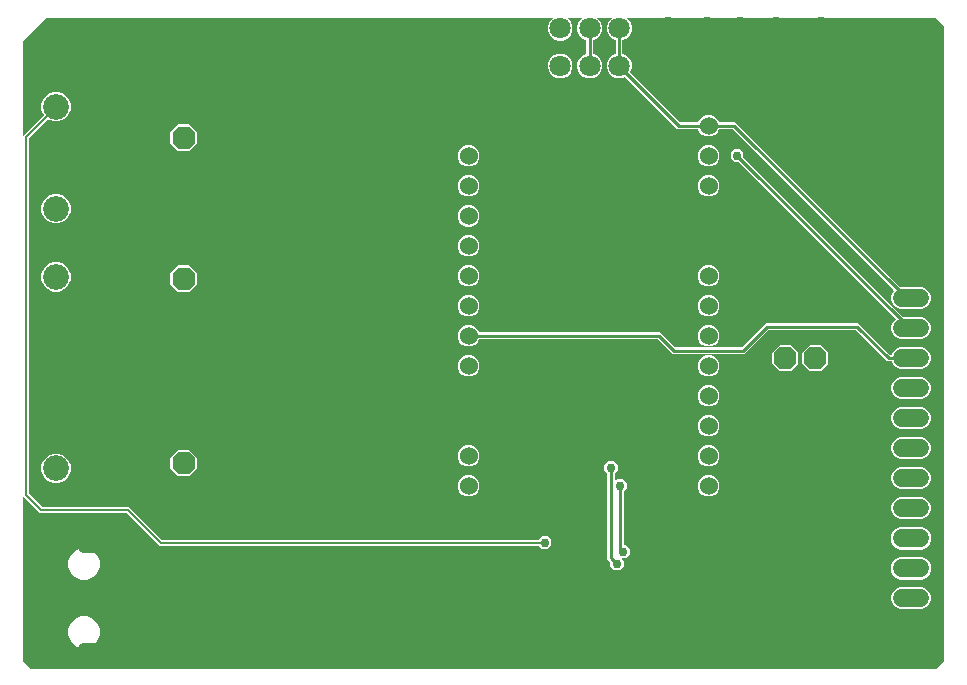
<source format=gbr>
G04 EAGLE Gerber RS-274X export*
G75*
%MOMM*%
%FSLAX34Y34*%
%LPD*%
%INBottom Copper*%
%IPPOS*%
%AMOC8*
5,1,8,0,0,1.08239X$1,22.5*%
G01*
%ADD10C,2.184400*%
%ADD11P,2.089446X8X22.500000*%
%ADD12P,2.089446X8X202.500000*%
%ADD13C,1.800000*%
%ADD14C,1.524000*%
%ADD15C,1.524000*%
%ADD16C,1.000000*%
%ADD17P,2.089446X8X292.500000*%
%ADD18C,0.756400*%
%ADD19C,0.508000*%
%ADD20C,0.200000*%
%ADD21C,0.254000*%
%ADD22C,0.152400*%

G36*
X783193Y10157D02*
X783193Y10157D01*
X783195Y10157D01*
X789943Y16905D01*
X789943Y16907D01*
X789944Y16907D01*
X789945Y16909D01*
X789945Y554591D01*
X789943Y554593D01*
X789943Y554595D01*
X783195Y561343D01*
X783193Y561343D01*
X783193Y561344D01*
X783191Y561345D01*
X520814Y561345D01*
X520812Y561344D01*
X520811Y561344D01*
X520810Y561342D01*
X520809Y561340D01*
X520810Y561339D01*
X520810Y561336D01*
X523738Y558409D01*
X525339Y554542D01*
X525339Y550358D01*
X523738Y546491D01*
X520779Y543532D01*
X517612Y542221D01*
X517611Y542217D01*
X517609Y542216D01*
X517609Y530684D01*
X517612Y530681D01*
X517612Y530679D01*
X520779Y529368D01*
X523738Y526409D01*
X525339Y522542D01*
X525339Y518358D01*
X524028Y515191D01*
X524028Y515190D01*
X524028Y515189D01*
X524029Y515189D01*
X524029Y515188D01*
X524029Y515186D01*
X566524Y472691D01*
X566526Y472690D01*
X566527Y472689D01*
X581810Y472689D01*
X581813Y472692D01*
X581814Y472692D01*
X582802Y475077D01*
X585373Y477648D01*
X588732Y479039D01*
X592368Y479039D01*
X595727Y477648D01*
X598298Y475077D01*
X599286Y472692D01*
X599289Y472691D01*
X599290Y472689D01*
X613295Y472689D01*
X752994Y332991D01*
X752996Y332990D01*
X752997Y332990D01*
X752997Y332989D01*
X771438Y332989D01*
X774797Y331598D01*
X777368Y329027D01*
X778759Y325668D01*
X778759Y322032D01*
X777368Y318673D01*
X774797Y316102D01*
X771438Y314711D01*
X752562Y314711D01*
X749203Y316102D01*
X746632Y318673D01*
X745241Y322032D01*
X745241Y325668D01*
X746632Y329027D01*
X747847Y330242D01*
X747847Y330248D01*
X747847Y330249D01*
X610986Y467109D01*
X610984Y467110D01*
X610983Y467111D01*
X599290Y467111D01*
X599287Y467108D01*
X599286Y467108D01*
X598298Y464723D01*
X595727Y462152D01*
X592368Y460761D01*
X588732Y460761D01*
X585373Y462152D01*
X582802Y464723D01*
X581814Y467108D01*
X581811Y467109D01*
X581810Y467111D01*
X564215Y467111D01*
X520084Y511241D01*
X520080Y511242D01*
X520079Y511242D01*
X516912Y509931D01*
X512728Y509931D01*
X508861Y511532D01*
X505902Y514491D01*
X504301Y518358D01*
X504301Y522542D01*
X505902Y526409D01*
X508861Y529368D01*
X512028Y530679D01*
X512029Y530683D01*
X512031Y530684D01*
X512031Y542216D01*
X512028Y542219D01*
X512028Y542221D01*
X508861Y543532D01*
X505902Y546491D01*
X504301Y550358D01*
X504301Y554542D01*
X505902Y558409D01*
X508830Y561336D01*
X508830Y561338D01*
X508831Y561339D01*
X508830Y561341D01*
X508830Y561343D01*
X508828Y561343D01*
X508826Y561345D01*
X495814Y561345D01*
X495812Y561344D01*
X495811Y561344D01*
X495810Y561342D01*
X495809Y561340D01*
X495810Y561339D01*
X495810Y561336D01*
X498738Y558409D01*
X500339Y554542D01*
X500339Y550358D01*
X498738Y546491D01*
X495779Y543532D01*
X492612Y542221D01*
X492611Y542217D01*
X492609Y542216D01*
X492609Y530684D01*
X492612Y530681D01*
X492612Y530679D01*
X495779Y529368D01*
X498738Y526409D01*
X500339Y522542D01*
X500339Y518358D01*
X498738Y514491D01*
X495779Y511532D01*
X491912Y509931D01*
X487728Y509931D01*
X483861Y511532D01*
X480902Y514491D01*
X479301Y518358D01*
X479301Y522542D01*
X480902Y526409D01*
X483861Y529368D01*
X487028Y530679D01*
X487029Y530683D01*
X487031Y530684D01*
X487031Y542216D01*
X487028Y542219D01*
X487028Y542221D01*
X483861Y543532D01*
X480902Y546491D01*
X479301Y550358D01*
X479301Y554542D01*
X480902Y558409D01*
X483830Y561336D01*
X483830Y561338D01*
X483831Y561339D01*
X483830Y561341D01*
X483830Y561343D01*
X483828Y561343D01*
X483826Y561345D01*
X470814Y561345D01*
X470812Y561344D01*
X470811Y561344D01*
X470810Y561342D01*
X470809Y561340D01*
X470810Y561339D01*
X470810Y561336D01*
X473738Y558409D01*
X475339Y554542D01*
X475339Y550358D01*
X473738Y546491D01*
X470779Y543532D01*
X466912Y541931D01*
X462728Y541931D01*
X458861Y543532D01*
X455902Y546491D01*
X454301Y550358D01*
X454301Y554542D01*
X455902Y558409D01*
X458830Y561336D01*
X458830Y561338D01*
X458831Y561339D01*
X458830Y561341D01*
X458830Y561343D01*
X458828Y561343D01*
X458826Y561345D01*
X29609Y561345D01*
X29607Y561343D01*
X29605Y561343D01*
X10157Y541895D01*
X10156Y541893D01*
X10155Y541892D01*
X10155Y541891D01*
X10155Y16909D01*
X10157Y16907D01*
X10157Y16905D01*
X16905Y10157D01*
X16907Y10156D01*
X16909Y10155D01*
X783191Y10155D01*
X783193Y10157D01*
G37*
%LPC*%
G36*
X449924Y111539D02*
X449924Y111539D01*
X447144Y114319D01*
X447141Y114319D01*
X447141Y114320D01*
X447140Y114321D01*
X125957Y114321D01*
X98018Y142259D01*
X98016Y142260D01*
X98014Y142261D01*
X24357Y142261D01*
X10181Y156437D01*
X10181Y461563D01*
X11658Y463041D01*
X27532Y478915D01*
X27532Y478916D01*
X27532Y478918D01*
X27533Y478920D01*
X25659Y483445D01*
X25659Y488395D01*
X27553Y492967D01*
X31053Y496467D01*
X35625Y498361D01*
X40575Y498361D01*
X45147Y496467D01*
X48647Y492967D01*
X50541Y488395D01*
X50541Y483445D01*
X48647Y478873D01*
X45147Y475373D01*
X40575Y473479D01*
X35625Y473479D01*
X31100Y475353D01*
X31097Y475352D01*
X31095Y475352D01*
X15221Y459478D01*
X15221Y459476D01*
X15219Y459475D01*
X15219Y459474D01*
X15219Y158526D01*
X15221Y158524D01*
X15221Y158522D01*
X26442Y147301D01*
X26444Y147300D01*
X26446Y147299D01*
X100103Y147299D01*
X128042Y119361D01*
X128044Y119360D01*
X128046Y119359D01*
X447140Y119359D01*
X447142Y119361D01*
X447144Y119361D01*
X449924Y122141D01*
X454316Y122141D01*
X457421Y119036D01*
X457421Y114644D01*
X454316Y111539D01*
X449924Y111539D01*
G37*
%LPD*%
%LPC*%
G36*
X752562Y263911D02*
X752562Y263911D01*
X749203Y265302D01*
X746632Y267873D01*
X745644Y270258D01*
X745641Y270259D01*
X745640Y270261D01*
X741795Y270261D01*
X715126Y296929D01*
X715124Y296930D01*
X715123Y296931D01*
X641237Y296931D01*
X641236Y296929D01*
X641234Y296929D01*
X620915Y276611D01*
X560185Y276611D01*
X547486Y289309D01*
X547484Y289309D01*
X547484Y289310D01*
X547483Y289311D01*
X396090Y289311D01*
X396087Y289308D01*
X396086Y289308D01*
X395098Y286923D01*
X392527Y284352D01*
X389168Y282961D01*
X385532Y282961D01*
X382173Y284352D01*
X379602Y286923D01*
X378211Y290282D01*
X378211Y293918D01*
X379602Y297277D01*
X382173Y299848D01*
X385532Y301239D01*
X389168Y301239D01*
X392527Y299848D01*
X395098Y297277D01*
X396086Y294892D01*
X396089Y294891D01*
X396090Y294889D01*
X549795Y294889D01*
X562494Y282191D01*
X562496Y282190D01*
X562497Y282189D01*
X618603Y282189D01*
X618604Y282191D01*
X618606Y282191D01*
X638925Y302509D01*
X717435Y302509D01*
X744104Y275841D01*
X744106Y275840D01*
X744107Y275839D01*
X745640Y275839D01*
X745643Y275842D01*
X745644Y275842D01*
X746632Y278227D01*
X749203Y280798D01*
X752562Y282189D01*
X771438Y282189D01*
X774797Y280798D01*
X777368Y278227D01*
X778759Y274868D01*
X778759Y271232D01*
X777368Y267873D01*
X774797Y265302D01*
X771438Y263911D01*
X752562Y263911D01*
G37*
%LPD*%
%LPC*%
G36*
X752562Y289311D02*
X752562Y289311D01*
X749203Y290702D01*
X746632Y293273D01*
X745241Y296632D01*
X745241Y300268D01*
X746632Y303627D01*
X749117Y306112D01*
X749117Y306118D01*
X749117Y306119D01*
X616038Y439197D01*
X616036Y439198D01*
X616035Y439199D01*
X612484Y439199D01*
X609379Y442304D01*
X609379Y446696D01*
X612484Y449801D01*
X616876Y449801D01*
X619981Y446696D01*
X619981Y443145D01*
X619983Y443144D01*
X619983Y443142D01*
X755534Y307591D01*
X755536Y307590D01*
X755537Y307590D01*
X755537Y307589D01*
X771438Y307589D01*
X774797Y306198D01*
X777368Y303627D01*
X778759Y300268D01*
X778759Y296632D01*
X777368Y293273D01*
X774797Y290702D01*
X771438Y289311D01*
X752562Y289311D01*
G37*
%LPD*%
%LPC*%
G36*
X510687Y93283D02*
X510687Y93283D01*
X507303Y96667D01*
X507303Y100217D01*
X507301Y100219D01*
X507301Y100221D01*
X504735Y102788D01*
X504735Y175433D01*
X504733Y175435D01*
X504733Y175436D01*
X502223Y177947D01*
X502223Y182733D01*
X505607Y186117D01*
X510393Y186117D01*
X513777Y182733D01*
X513777Y177947D01*
X511267Y175436D01*
X511266Y175434D01*
X511265Y175433D01*
X511265Y168927D01*
X511266Y168926D01*
X511266Y168924D01*
X511268Y168924D01*
X511270Y168922D01*
X511271Y168924D01*
X511274Y168924D01*
X513227Y170877D01*
X518013Y170877D01*
X521397Y167493D01*
X521397Y162707D01*
X518887Y160196D01*
X518886Y160194D01*
X518885Y160193D01*
X518885Y115002D01*
X518890Y114997D01*
X518890Y114998D01*
X518890Y114997D01*
X520553Y114997D01*
X523937Y111613D01*
X523937Y106827D01*
X520553Y103443D01*
X516879Y103443D01*
X516878Y103442D01*
X516876Y103442D01*
X516876Y103440D01*
X516874Y103438D01*
X516876Y103437D01*
X516876Y103434D01*
X518857Y101453D01*
X518857Y96667D01*
X515473Y93283D01*
X510687Y93283D01*
G37*
%LPD*%
%LPC*%
G36*
X752467Y85635D02*
X752467Y85635D01*
X748933Y87099D01*
X746229Y89803D01*
X744765Y93337D01*
X744765Y97163D01*
X746229Y100697D01*
X748933Y103401D01*
X752467Y104865D01*
X771533Y104865D01*
X775067Y103401D01*
X777771Y100697D01*
X779235Y97163D01*
X779235Y93337D01*
X777771Y89803D01*
X775067Y87099D01*
X771533Y85635D01*
X752467Y85635D01*
G37*
%LPD*%
%LPC*%
G36*
X752467Y111035D02*
X752467Y111035D01*
X748933Y112499D01*
X746229Y115203D01*
X744765Y118737D01*
X744765Y122563D01*
X746229Y126097D01*
X748933Y128801D01*
X752467Y130265D01*
X771533Y130265D01*
X775067Y128801D01*
X777771Y126097D01*
X779235Y122563D01*
X779235Y118737D01*
X777771Y115203D01*
X775067Y112499D01*
X771533Y111035D01*
X752467Y111035D01*
G37*
%LPD*%
%LPC*%
G36*
X59083Y85345D02*
X59083Y85345D01*
X54157Y87386D01*
X50386Y91157D01*
X48345Y96083D01*
X48345Y101417D01*
X50386Y106343D01*
X54157Y110114D01*
X59084Y112155D01*
X64416Y112155D01*
X69343Y110114D01*
X73114Y106343D01*
X75155Y101416D01*
X75155Y96084D01*
X73114Y91157D01*
X69343Y87386D01*
X64417Y85345D01*
X59083Y85345D01*
G37*
%LPD*%
%LPC*%
G36*
X59083Y27545D02*
X59083Y27545D01*
X54157Y29586D01*
X50386Y33357D01*
X48345Y38283D01*
X48345Y43617D01*
X50386Y48543D01*
X54157Y52314D01*
X59084Y54355D01*
X64416Y54355D01*
X69343Y52314D01*
X73114Y48543D01*
X75155Y43616D01*
X75155Y38284D01*
X73114Y33357D01*
X69343Y29586D01*
X64417Y27545D01*
X59083Y27545D01*
G37*
%LPD*%
%LPC*%
G36*
X752562Y60711D02*
X752562Y60711D01*
X749203Y62102D01*
X746632Y64673D01*
X745241Y68032D01*
X745241Y71668D01*
X746632Y75027D01*
X749203Y77598D01*
X752562Y78989D01*
X771438Y78989D01*
X774797Y77598D01*
X777368Y75027D01*
X778759Y71668D01*
X778759Y68032D01*
X777368Y64673D01*
X774797Y62102D01*
X771438Y60711D01*
X752562Y60711D01*
G37*
%LPD*%
%LPC*%
G36*
X752562Y162311D02*
X752562Y162311D01*
X749203Y163702D01*
X746632Y166273D01*
X745241Y169632D01*
X745241Y173268D01*
X746632Y176627D01*
X749203Y179198D01*
X752562Y180589D01*
X771438Y180589D01*
X774797Y179198D01*
X777368Y176627D01*
X778759Y173268D01*
X778759Y169632D01*
X777368Y166273D01*
X774797Y163702D01*
X771438Y162311D01*
X752562Y162311D01*
G37*
%LPD*%
%LPC*%
G36*
X752562Y238511D02*
X752562Y238511D01*
X749203Y239902D01*
X746632Y242473D01*
X745241Y245832D01*
X745241Y249468D01*
X746632Y252827D01*
X749203Y255398D01*
X752562Y256789D01*
X771438Y256789D01*
X774797Y255398D01*
X777368Y252827D01*
X778759Y249468D01*
X778759Y245832D01*
X777368Y242473D01*
X774797Y239902D01*
X771438Y238511D01*
X752562Y238511D01*
G37*
%LPD*%
%LPC*%
G36*
X752562Y213111D02*
X752562Y213111D01*
X749203Y214502D01*
X746632Y217073D01*
X745241Y220432D01*
X745241Y224068D01*
X746632Y227427D01*
X749203Y229998D01*
X752562Y231389D01*
X771438Y231389D01*
X774797Y229998D01*
X777368Y227427D01*
X778759Y224068D01*
X778759Y220432D01*
X777368Y217073D01*
X774797Y214502D01*
X771438Y213111D01*
X752562Y213111D01*
G37*
%LPD*%
%LPC*%
G36*
X752562Y187711D02*
X752562Y187711D01*
X749203Y189102D01*
X746632Y191673D01*
X745241Y195032D01*
X745241Y198668D01*
X746632Y202027D01*
X749203Y204598D01*
X752562Y205989D01*
X771438Y205989D01*
X774797Y204598D01*
X777368Y202027D01*
X778759Y198668D01*
X778759Y195032D01*
X777368Y191673D01*
X774797Y189102D01*
X771438Y187711D01*
X752562Y187711D01*
G37*
%LPD*%
%LPC*%
G36*
X752562Y136911D02*
X752562Y136911D01*
X749203Y138302D01*
X746632Y140873D01*
X745241Y144232D01*
X745241Y147868D01*
X746632Y151227D01*
X749203Y153798D01*
X752562Y155189D01*
X771438Y155189D01*
X774797Y153798D01*
X777368Y151227D01*
X778759Y147868D01*
X778759Y144232D01*
X777368Y140873D01*
X774797Y138302D01*
X771438Y136911D01*
X752562Y136911D01*
G37*
%LPD*%
%LPC*%
G36*
X35625Y167409D02*
X35625Y167409D01*
X31053Y169303D01*
X27553Y172803D01*
X25659Y177375D01*
X25659Y182325D01*
X27553Y186897D01*
X31053Y190397D01*
X35625Y192291D01*
X40575Y192291D01*
X45147Y190397D01*
X48647Y186897D01*
X50541Y182325D01*
X50541Y177375D01*
X48647Y172803D01*
X45147Y169303D01*
X40575Y167409D01*
X35625Y167409D01*
G37*
%LPD*%
%LPC*%
G36*
X35625Y387119D02*
X35625Y387119D01*
X31053Y389013D01*
X27553Y392513D01*
X25659Y397085D01*
X25659Y402035D01*
X27553Y406607D01*
X31053Y410107D01*
X35625Y412001D01*
X40575Y412001D01*
X45147Y410107D01*
X48647Y406607D01*
X50541Y402035D01*
X50541Y397085D01*
X48647Y392513D01*
X45147Y389013D01*
X40575Y387119D01*
X35625Y387119D01*
G37*
%LPD*%
%LPC*%
G36*
X35625Y329409D02*
X35625Y329409D01*
X31053Y331303D01*
X27553Y334803D01*
X25659Y339375D01*
X25659Y344325D01*
X27553Y348897D01*
X31053Y352397D01*
X35625Y354291D01*
X40575Y354291D01*
X45147Y352397D01*
X48647Y348897D01*
X50541Y344325D01*
X50541Y339375D01*
X48647Y334803D01*
X45147Y331303D01*
X40575Y329409D01*
X35625Y329409D01*
G37*
%LPD*%
%LPC*%
G36*
X141423Y448569D02*
X141423Y448569D01*
X134879Y455113D01*
X134879Y464367D01*
X141423Y470911D01*
X150677Y470911D01*
X157221Y464367D01*
X157221Y455113D01*
X150677Y448569D01*
X141423Y448569D01*
G37*
%LPD*%
%LPC*%
G36*
X141423Y329189D02*
X141423Y329189D01*
X134879Y335733D01*
X134879Y344987D01*
X141423Y351531D01*
X150677Y351531D01*
X157221Y344987D01*
X157221Y335733D01*
X150677Y329189D01*
X141423Y329189D01*
G37*
%LPD*%
%LPC*%
G36*
X676093Y261879D02*
X676093Y261879D01*
X669549Y268423D01*
X669549Y277677D01*
X676093Y284221D01*
X685347Y284221D01*
X691891Y277677D01*
X691891Y268423D01*
X685347Y261879D01*
X676093Y261879D01*
G37*
%LPD*%
%LPC*%
G36*
X650693Y261879D02*
X650693Y261879D01*
X644149Y268423D01*
X644149Y277677D01*
X650693Y284221D01*
X659947Y284221D01*
X666491Y277677D01*
X666491Y268423D01*
X659947Y261879D01*
X650693Y261879D01*
G37*
%LPD*%
%LPC*%
G36*
X141423Y172979D02*
X141423Y172979D01*
X134879Y179523D01*
X134879Y188777D01*
X141423Y195321D01*
X150677Y195321D01*
X157221Y188777D01*
X157221Y179523D01*
X150677Y172979D01*
X141423Y172979D01*
G37*
%LPD*%
%LPC*%
G36*
X462728Y509931D02*
X462728Y509931D01*
X458861Y511532D01*
X455902Y514491D01*
X454301Y518358D01*
X454301Y522542D01*
X455902Y526409D01*
X458861Y529368D01*
X462728Y530969D01*
X466912Y530969D01*
X470779Y529368D01*
X473738Y526409D01*
X475339Y522542D01*
X475339Y518358D01*
X473738Y514491D01*
X470779Y511532D01*
X466912Y509931D01*
X462728Y509931D01*
G37*
%LPD*%
%LPC*%
G36*
X588732Y257561D02*
X588732Y257561D01*
X585373Y258952D01*
X582802Y261523D01*
X581411Y264882D01*
X581411Y268518D01*
X582802Y271877D01*
X585373Y274448D01*
X588732Y275839D01*
X592368Y275839D01*
X595727Y274448D01*
X598298Y271877D01*
X599689Y268518D01*
X599689Y264882D01*
X598298Y261523D01*
X595727Y258952D01*
X592368Y257561D01*
X588732Y257561D01*
G37*
%LPD*%
%LPC*%
G36*
X588732Y282961D02*
X588732Y282961D01*
X585373Y284352D01*
X582802Y286923D01*
X581411Y290282D01*
X581411Y293918D01*
X582802Y297277D01*
X585373Y299848D01*
X588732Y301239D01*
X592368Y301239D01*
X595727Y299848D01*
X598298Y297277D01*
X599689Y293918D01*
X599689Y290282D01*
X598298Y286923D01*
X595727Y284352D01*
X592368Y282961D01*
X588732Y282961D01*
G37*
%LPD*%
%LPC*%
G36*
X588732Y232161D02*
X588732Y232161D01*
X585373Y233552D01*
X582802Y236123D01*
X581411Y239482D01*
X581411Y243118D01*
X582802Y246477D01*
X585373Y249048D01*
X588732Y250439D01*
X592368Y250439D01*
X595727Y249048D01*
X598298Y246477D01*
X599689Y243118D01*
X599689Y239482D01*
X598298Y236123D01*
X595727Y233552D01*
X592368Y232161D01*
X588732Y232161D01*
G37*
%LPD*%
%LPC*%
G36*
X588732Y308361D02*
X588732Y308361D01*
X585373Y309752D01*
X582802Y312323D01*
X581411Y315682D01*
X581411Y319318D01*
X582802Y322677D01*
X585373Y325248D01*
X588732Y326639D01*
X592368Y326639D01*
X595727Y325248D01*
X598298Y322677D01*
X599689Y319318D01*
X599689Y315682D01*
X598298Y312323D01*
X595727Y309752D01*
X592368Y308361D01*
X588732Y308361D01*
G37*
%LPD*%
%LPC*%
G36*
X588732Y206761D02*
X588732Y206761D01*
X585373Y208152D01*
X582802Y210723D01*
X581411Y214082D01*
X581411Y217718D01*
X582802Y221077D01*
X585373Y223648D01*
X588732Y225039D01*
X592368Y225039D01*
X595727Y223648D01*
X598298Y221077D01*
X599689Y217718D01*
X599689Y214082D01*
X598298Y210723D01*
X595727Y208152D01*
X592368Y206761D01*
X588732Y206761D01*
G37*
%LPD*%
%LPC*%
G36*
X385532Y308361D02*
X385532Y308361D01*
X382173Y309752D01*
X379602Y312323D01*
X378211Y315682D01*
X378211Y319318D01*
X379602Y322677D01*
X382173Y325248D01*
X385532Y326639D01*
X389168Y326639D01*
X392527Y325248D01*
X395098Y322677D01*
X396489Y319318D01*
X396489Y315682D01*
X395098Y312323D01*
X392527Y309752D01*
X389168Y308361D01*
X385532Y308361D01*
G37*
%LPD*%
%LPC*%
G36*
X588732Y181361D02*
X588732Y181361D01*
X585373Y182752D01*
X582802Y185323D01*
X581411Y188682D01*
X581411Y192318D01*
X582802Y195677D01*
X585373Y198248D01*
X588732Y199639D01*
X592368Y199639D01*
X595727Y198248D01*
X598298Y195677D01*
X599689Y192318D01*
X599689Y188682D01*
X598298Y185323D01*
X595727Y182752D01*
X592368Y181361D01*
X588732Y181361D01*
G37*
%LPD*%
%LPC*%
G36*
X385532Y181361D02*
X385532Y181361D01*
X382173Y182752D01*
X379602Y185323D01*
X378211Y188682D01*
X378211Y192318D01*
X379602Y195677D01*
X382173Y198248D01*
X385532Y199639D01*
X389168Y199639D01*
X392527Y198248D01*
X395098Y195677D01*
X396489Y192318D01*
X396489Y188682D01*
X395098Y185323D01*
X392527Y182752D01*
X389168Y181361D01*
X385532Y181361D01*
G37*
%LPD*%
%LPC*%
G36*
X385532Y257561D02*
X385532Y257561D01*
X382173Y258952D01*
X379602Y261523D01*
X378211Y264882D01*
X378211Y268518D01*
X379602Y271877D01*
X382173Y274448D01*
X385532Y275839D01*
X389168Y275839D01*
X392527Y274448D01*
X395098Y271877D01*
X396489Y268518D01*
X396489Y264882D01*
X395098Y261523D01*
X392527Y258952D01*
X389168Y257561D01*
X385532Y257561D01*
G37*
%LPD*%
%LPC*%
G36*
X385532Y333761D02*
X385532Y333761D01*
X382173Y335152D01*
X379602Y337723D01*
X378211Y341082D01*
X378211Y344718D01*
X379602Y348077D01*
X382173Y350648D01*
X385532Y352039D01*
X389168Y352039D01*
X392527Y350648D01*
X395098Y348077D01*
X396489Y344718D01*
X396489Y341082D01*
X395098Y337723D01*
X392527Y335152D01*
X389168Y333761D01*
X385532Y333761D01*
G37*
%LPD*%
%LPC*%
G36*
X588732Y333761D02*
X588732Y333761D01*
X585373Y335152D01*
X582802Y337723D01*
X581411Y341082D01*
X581411Y344718D01*
X582802Y348077D01*
X585373Y350648D01*
X588732Y352039D01*
X592368Y352039D01*
X595727Y350648D01*
X598298Y348077D01*
X599689Y344718D01*
X599689Y341082D01*
X598298Y337723D01*
X595727Y335152D01*
X592368Y333761D01*
X588732Y333761D01*
G37*
%LPD*%
%LPC*%
G36*
X385532Y359161D02*
X385532Y359161D01*
X382173Y360552D01*
X379602Y363123D01*
X378211Y366482D01*
X378211Y370118D01*
X379602Y373477D01*
X382173Y376048D01*
X385532Y377439D01*
X389168Y377439D01*
X392527Y376048D01*
X395098Y373477D01*
X396489Y370118D01*
X396489Y366482D01*
X395098Y363123D01*
X392527Y360552D01*
X389168Y359161D01*
X385532Y359161D01*
G37*
%LPD*%
%LPC*%
G36*
X588732Y155961D02*
X588732Y155961D01*
X585373Y157352D01*
X582802Y159923D01*
X581411Y163282D01*
X581411Y166918D01*
X582802Y170277D01*
X585373Y172848D01*
X588732Y174239D01*
X592368Y174239D01*
X595727Y172848D01*
X598298Y170277D01*
X599689Y166918D01*
X599689Y163282D01*
X598298Y159923D01*
X595727Y157352D01*
X592368Y155961D01*
X588732Y155961D01*
G37*
%LPD*%
%LPC*%
G36*
X385532Y155961D02*
X385532Y155961D01*
X382173Y157352D01*
X379602Y159923D01*
X378211Y163282D01*
X378211Y166918D01*
X379602Y170277D01*
X382173Y172848D01*
X385532Y174239D01*
X389168Y174239D01*
X392527Y172848D01*
X395098Y170277D01*
X396489Y166918D01*
X396489Y163282D01*
X395098Y159923D01*
X392527Y157352D01*
X389168Y155961D01*
X385532Y155961D01*
G37*
%LPD*%
%LPC*%
G36*
X385532Y435361D02*
X385532Y435361D01*
X382173Y436752D01*
X379602Y439323D01*
X378211Y442682D01*
X378211Y446318D01*
X379602Y449677D01*
X382173Y452248D01*
X385532Y453639D01*
X389168Y453639D01*
X392527Y452248D01*
X395098Y449677D01*
X396489Y446318D01*
X396489Y442682D01*
X395098Y439323D01*
X392527Y436752D01*
X389168Y435361D01*
X385532Y435361D01*
G37*
%LPD*%
%LPC*%
G36*
X385532Y384161D02*
X385532Y384161D01*
X382173Y385552D01*
X379602Y388123D01*
X378211Y391482D01*
X378211Y395118D01*
X379602Y398477D01*
X382173Y401048D01*
X385532Y402439D01*
X389168Y402439D01*
X392527Y401048D01*
X395098Y398477D01*
X396489Y395118D01*
X396489Y391482D01*
X395098Y388123D01*
X392527Y385552D01*
X389168Y384161D01*
X385532Y384161D01*
G37*
%LPD*%
%LPC*%
G36*
X385532Y409961D02*
X385532Y409961D01*
X382173Y411352D01*
X379602Y413923D01*
X378211Y417282D01*
X378211Y420918D01*
X379602Y424277D01*
X382173Y426848D01*
X385532Y428239D01*
X389168Y428239D01*
X392527Y426848D01*
X395098Y424277D01*
X396489Y420918D01*
X396489Y417282D01*
X395098Y413923D01*
X392527Y411352D01*
X389168Y409961D01*
X385532Y409961D01*
G37*
%LPD*%
%LPC*%
G36*
X588732Y409961D02*
X588732Y409961D01*
X585373Y411352D01*
X582802Y413923D01*
X581411Y417282D01*
X581411Y420918D01*
X582802Y424277D01*
X585373Y426848D01*
X588732Y428239D01*
X592368Y428239D01*
X595727Y426848D01*
X598298Y424277D01*
X599689Y420918D01*
X599689Y417282D01*
X598298Y413923D01*
X595727Y411352D01*
X592368Y409961D01*
X588732Y409961D01*
G37*
%LPD*%
%LPC*%
G36*
X588732Y435361D02*
X588732Y435361D01*
X585373Y436752D01*
X582802Y439323D01*
X581411Y442682D01*
X581411Y446318D01*
X582802Y449677D01*
X585373Y452248D01*
X588732Y453639D01*
X592368Y453639D01*
X595727Y452248D01*
X598298Y449677D01*
X599689Y446318D01*
X599689Y442682D01*
X598298Y439323D01*
X595727Y436752D01*
X592368Y435361D01*
X588732Y435361D01*
G37*
%LPD*%
D10*
X38100Y341850D03*
X38100Y306850D03*
D11*
X146050Y459740D03*
X146050Y485140D03*
D12*
X146050Y340360D03*
X146050Y314960D03*
D11*
X146050Y184150D03*
X146050Y209550D03*
D13*
X489820Y520450D03*
X489820Y552450D03*
X514820Y552450D03*
X464820Y552450D03*
X464820Y520450D03*
X514820Y520450D03*
D14*
X754380Y323850D02*
X769620Y323850D01*
X769620Y298450D02*
X754380Y298450D01*
X754380Y273050D02*
X769620Y273050D01*
X769620Y247650D02*
X754380Y247650D01*
X754380Y222250D02*
X769620Y222250D01*
X769620Y196850D02*
X754380Y196850D01*
X754380Y171450D02*
X769620Y171450D01*
X769620Y146050D02*
X754380Y146050D01*
X754380Y120650D02*
X769620Y120650D01*
X769620Y95250D02*
X754380Y95250D01*
X754380Y69850D02*
X769620Y69850D01*
X769620Y44450D02*
X754380Y44450D01*
D15*
X387350Y444500D03*
X387350Y419100D03*
X387350Y393300D03*
X387350Y368300D03*
X387350Y342900D03*
X387350Y317500D03*
X387350Y292100D03*
X387350Y266700D03*
X387350Y241300D03*
X387350Y215900D03*
X387350Y190500D03*
X387350Y165100D03*
X590550Y165100D03*
X590550Y190500D03*
X590550Y215900D03*
X590550Y241300D03*
X590550Y266700D03*
X590550Y292100D03*
X590550Y317500D03*
X590550Y342900D03*
X590550Y368300D03*
X590550Y393700D03*
X590550Y419100D03*
X590550Y444500D03*
X590550Y469900D03*
D16*
X72550Y113050D02*
X61550Y113050D01*
X61550Y26650D02*
X72550Y26650D01*
X28250Y113050D02*
X22250Y113050D01*
X22250Y26650D02*
X28250Y26650D01*
D10*
X38100Y520920D03*
X38100Y485920D03*
X38100Y214850D03*
X38100Y179850D03*
D17*
X655320Y273050D03*
X680720Y273050D03*
D10*
X38100Y434560D03*
X38100Y399560D03*
D18*
X629920Y525780D03*
X411480Y518160D03*
X137160Y91440D03*
D19*
X137160Y43180D01*
X132080Y38100D02*
X129540Y38100D01*
D18*
X129540Y38100D03*
D19*
X132080Y38100D02*
X137160Y43180D01*
D18*
X134620Y556260D03*
X474980Y378460D03*
X474980Y363220D03*
X474980Y342900D03*
X490220Y332740D03*
X510540Y332740D03*
X515620Y353060D03*
X518160Y373380D03*
X508000Y391160D03*
X497840Y363220D03*
X508000Y223520D03*
X508000Y243840D03*
X485140Y254000D03*
X462280Y256540D03*
X459740Y223520D03*
X459740Y203200D03*
X490220Y203200D03*
X424180Y393700D03*
X424180Y337820D03*
X424180Y266700D03*
X426720Y190500D03*
X556260Y167640D03*
X553720Y254000D03*
X551180Y345440D03*
X548640Y416560D03*
X426720Y472440D03*
X469900Y469900D03*
X528320Y477520D03*
X35560Y259080D03*
X81280Y261620D03*
X127000Y261620D03*
X165100Y264160D03*
X226060Y312420D03*
X223520Y289560D03*
X228600Y256540D03*
X220980Y223520D03*
X292100Y302260D03*
X289560Y271780D03*
X292100Y236220D03*
X292100Y215900D03*
X314960Y264160D03*
X347980Y264160D03*
X325120Y231140D03*
X347980Y231140D03*
X414020Y243840D03*
X424180Y215900D03*
X60960Y218440D03*
X119380Y215900D03*
X170180Y215900D03*
X190500Y215900D03*
X116840Y495300D03*
X116840Y477520D03*
X167640Y520700D03*
X213360Y520700D03*
X241300Y520700D03*
X327660Y502920D03*
X350520Y502920D03*
X327660Y490220D03*
X347980Y490220D03*
X370840Y490220D03*
X187960Y309880D03*
X114300Y309880D03*
X33020Y88900D03*
X33020Y48260D03*
X111760Y63500D03*
X152400Y63500D03*
X187960Y60960D03*
X236220Y60960D03*
X276860Y63500D03*
X312420Y60960D03*
X368300Y63500D03*
X396240Y78740D03*
X416560Y96520D03*
X154940Y91440D03*
X200660Y93980D03*
X238760Y93980D03*
X287020Y91440D03*
X335280Y99060D03*
X426720Y167640D03*
X398780Y134620D03*
X370840Y127000D03*
X317500Y127000D03*
X271780Y127000D03*
X233680Y127000D03*
X129540Y139700D03*
X167640Y139700D03*
X203200Y139700D03*
X464820Y154940D03*
X441960Y134620D03*
X546100Y137160D03*
X574040Y139700D03*
X622300Y134620D03*
X660400Y132080D03*
X688340Y132080D03*
X683260Y86360D03*
X647700Y86360D03*
X607060Y83820D03*
X571500Y86360D03*
X541020Y86360D03*
X497840Y101600D03*
X508000Y83820D03*
X474980Y132080D03*
X447040Y91440D03*
X474980Y60960D03*
X551180Y58420D03*
X609600Y58420D03*
X660400Y58420D03*
X706120Y58420D03*
X629920Y396240D03*
X629920Y375920D03*
X637540Y403860D03*
X637540Y386080D03*
X629920Y508000D03*
X607060Y520700D03*
X698500Y464820D03*
X734060Y464820D03*
X556260Y558800D03*
X589280Y558800D03*
X617220Y558800D03*
X647700Y558800D03*
X685800Y558800D03*
X711200Y556260D03*
X228600Y528320D03*
X226060Y505460D03*
X284480Y533400D03*
X327660Y525780D03*
X241300Y543560D03*
X266700Y543560D03*
X43180Y543560D03*
X134620Y546100D03*
X187960Y546100D03*
X327660Y548640D03*
X388620Y546100D03*
X66040Y520700D03*
X63500Y312420D03*
X63500Y287020D03*
X63500Y261620D03*
X86360Y132080D03*
X40640Y134620D03*
X350520Y393700D03*
X350520Y368300D03*
X454660Y431800D03*
X543560Y200660D03*
X452120Y116840D03*
D20*
X127000Y116840D01*
X99060Y144780D02*
X25400Y144780D01*
X12700Y157480D01*
X12700Y460520D02*
X38100Y485920D01*
X99060Y144780D02*
X127000Y116840D01*
X12700Y157480D02*
X12700Y460520D01*
D21*
X758190Y323850D02*
X762000Y323850D01*
X758190Y323850D02*
X612140Y469900D01*
X591820Y469900D01*
X571500Y469900D02*
X565370Y469900D01*
X571500Y469900D02*
X574040Y469900D01*
X565370Y469900D02*
X514820Y520450D01*
X514820Y552450D01*
D22*
X571500Y469900D02*
X590550Y469900D01*
D21*
X591820Y469900D02*
X574040Y469900D01*
D18*
X614680Y444500D03*
D21*
X760730Y298450D01*
X762000Y298450D01*
X548640Y292100D02*
X387350Y292100D01*
X548640Y292100D02*
X561340Y279400D01*
X619760Y279400D01*
X742950Y273050D02*
X762000Y273050D01*
X640080Y299720D02*
X619760Y279400D01*
X640080Y299720D02*
X716280Y299720D01*
X742950Y273050D01*
D18*
X515620Y165100D03*
D21*
X515620Y111760D01*
D18*
X518160Y109220D03*
D21*
X515620Y111760D01*
D18*
X508000Y180340D03*
D21*
X508000Y104140D01*
X513080Y99060D01*
D18*
X513080Y99060D03*
D21*
X489820Y520450D02*
X489820Y552450D01*
M02*

</source>
